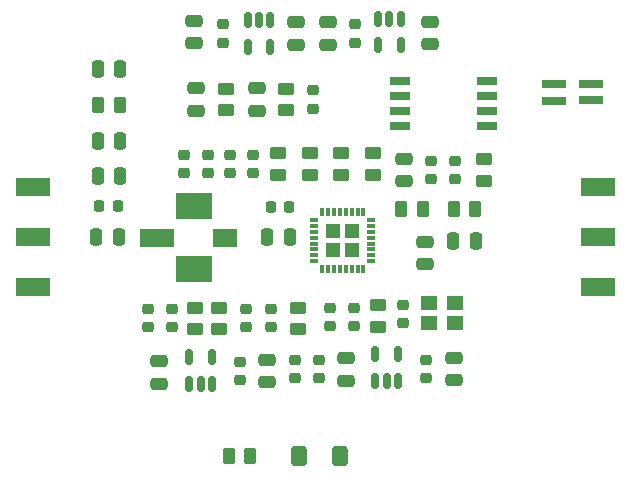
<source format=gbr>
%TF.GenerationSoftware,KiCad,Pcbnew,8.0.0*%
%TF.CreationDate,2024-07-29T11:46:55+02:00*%
%TF.ProjectId,Gnerator_poprawiony,476e6572-6174-46f7-925f-706f70726177,rev?*%
%TF.SameCoordinates,Original*%
%TF.FileFunction,Paste,Top*%
%TF.FilePolarity,Positive*%
%FSLAX46Y46*%
G04 Gerber Fmt 4.6, Leading zero omitted, Abs format (unit mm)*
G04 Created by KiCad (PCBNEW 8.0.0) date 2024-07-29 11:46:55*
%MOMM*%
%LPD*%
G01*
G04 APERTURE LIST*
G04 Aperture macros list*
%AMRoundRect*
0 Rectangle with rounded corners*
0 $1 Rounding radius*
0 $2 $3 $4 $5 $6 $7 $8 $9 X,Y pos of 4 corners*
0 Add a 4 corners polygon primitive as box body*
4,1,4,$2,$3,$4,$5,$6,$7,$8,$9,$2,$3,0*
0 Add four circle primitives for the rounded corners*
1,1,$1+$1,$2,$3*
1,1,$1+$1,$4,$5*
1,1,$1+$1,$6,$7*
1,1,$1+$1,$8,$9*
0 Add four rect primitives between the rounded corners*
20,1,$1+$1,$2,$3,$4,$5,0*
20,1,$1+$1,$4,$5,$6,$7,0*
20,1,$1+$1,$6,$7,$8,$9,0*
20,1,$1+$1,$8,$9,$2,$3,0*%
G04 Aperture macros list end*
%ADD10RoundRect,0.250000X-0.400000X-0.600000X0.400000X-0.600000X0.400000X0.600000X-0.400000X0.600000X0*%
%ADD11RoundRect,0.250000X-0.475000X0.250000X-0.475000X-0.250000X0.475000X-0.250000X0.475000X0.250000X0*%
%ADD12RoundRect,0.250000X0.450000X-0.262500X0.450000X0.262500X-0.450000X0.262500X-0.450000X-0.262500X0*%
%ADD13RoundRect,0.225000X-0.250000X0.225000X-0.250000X-0.225000X0.250000X-0.225000X0.250000X0.225000X0*%
%ADD14RoundRect,0.250000X0.262500X0.450000X-0.262500X0.450000X-0.262500X-0.450000X0.262500X-0.450000X0*%
%ADD15RoundRect,0.250000X0.250000X0.475000X-0.250000X0.475000X-0.250000X-0.475000X0.250000X-0.475000X0*%
%ADD16RoundRect,0.250000X-0.250000X-0.475000X0.250000X-0.475000X0.250000X0.475000X-0.250000X0.475000X0*%
%ADD17RoundRect,0.250000X-0.450000X0.262500X-0.450000X-0.262500X0.450000X-0.262500X0.450000X0.262500X0*%
%ADD18RoundRect,0.225000X0.250000X-0.225000X0.250000X0.225000X-0.250000X0.225000X-0.250000X-0.225000X0*%
%ADD19RoundRect,0.218750X0.256250X-0.218750X0.256250X0.218750X-0.256250X0.218750X-0.256250X-0.218750X0*%
%ADD20RoundRect,0.250000X-0.262500X-0.450000X0.262500X-0.450000X0.262500X0.450000X-0.262500X0.450000X0*%
%ADD21R,1.300000X1.300000*%
%ADD22R,0.300000X0.800000*%
%ADD23R,0.800000X0.300000*%
%ADD24RoundRect,0.218750X0.218750X0.256250X-0.218750X0.256250X-0.218750X-0.256250X0.218750X-0.256250X0*%
%ADD25RoundRect,0.250000X0.475000X-0.250000X0.475000X0.250000X-0.475000X0.250000X-0.475000X-0.250000X0*%
%ADD26RoundRect,0.150000X0.150000X-0.512500X0.150000X0.512500X-0.150000X0.512500X-0.150000X-0.512500X0*%
%ADD27RoundRect,0.150000X-0.150000X0.512500X-0.150000X-0.512500X0.150000X-0.512500X0.150000X0.512500X0*%
%ADD28RoundRect,0.225000X0.225000X0.250000X-0.225000X0.250000X-0.225000X-0.250000X0.225000X-0.250000X0*%
%ADD29R,2.000000X0.700000*%
%ADD30R,3.000000X1.500000*%
%ADD31R,1.700000X0.650000*%
%ADD32R,1.400000X1.200000*%
%ADD33R,3.050000X2.290000*%
%ADD34R,2.000000X1.500000*%
G04 APERTURE END LIST*
D10*
%TO.C,D2*%
X125417600Y-76504800D03*
X128917600Y-76504800D03*
%TD*%
D11*
%TO.C,C20*%
X127889000Y-39817000D03*
X127889000Y-41717000D03*
%TD*%
%TO.C,C27*%
X129426000Y-68252000D03*
X129426000Y-70152000D03*
%TD*%
D12*
%TO.C,R6*%
X125362000Y-65796500D03*
X125362000Y-63971500D03*
%TD*%
D13*
%TO.C,C5*%
X130061000Y-63969000D03*
X130061000Y-65519000D03*
%TD*%
D14*
%TO.C,R7*%
X135913500Y-55626000D03*
X134088500Y-55626000D03*
%TD*%
D15*
%TO.C,C16*%
X110297000Y-52832000D03*
X108397000Y-52832000D03*
%TD*%
D13*
%TO.C,C35*%
X115697000Y-51028000D03*
X115697000Y-52578000D03*
%TD*%
D12*
%TO.C,R12*%
X119253000Y-47267500D03*
X119253000Y-45442500D03*
%TD*%
D16*
%TO.C,C18*%
X108397000Y-43815000D03*
X110297000Y-43815000D03*
%TD*%
D17*
%TO.C,R11*%
X118631000Y-63971500D03*
X118631000Y-65796500D03*
%TD*%
D18*
%TO.C,C34*%
X114694000Y-65659000D03*
X114694000Y-64109000D03*
%TD*%
D17*
%TO.C,R5*%
X131699000Y-50903500D03*
X131699000Y-52728500D03*
%TD*%
D15*
%TO.C,C14*%
X124648000Y-58039000D03*
X122748000Y-58039000D03*
%TD*%
D17*
%TO.C,R3*%
X126365000Y-50903500D03*
X126365000Y-52728500D03*
%TD*%
D12*
%TO.C,R8*%
X123698000Y-52728500D03*
X123698000Y-50903500D03*
%TD*%
D15*
%TO.C,C17*%
X110297000Y-49911000D03*
X108397000Y-49911000D03*
%TD*%
D19*
%TO.C,L1*%
X117729000Y-52603500D03*
X117729000Y-51028500D03*
%TD*%
D13*
%TO.C,C25*%
X120409000Y-68548500D03*
X120409000Y-70098500D03*
%TD*%
%TO.C,C37*%
X138684000Y-51549000D03*
X138684000Y-53099000D03*
%TD*%
D12*
%TO.C,R13*%
X124333000Y-47267500D03*
X124333000Y-45442500D03*
%TD*%
D18*
%TO.C,C9*%
X119634000Y-52591000D03*
X119634000Y-51041000D03*
%TD*%
D20*
%TO.C,R14*%
X108434500Y-46863000D03*
X110259500Y-46863000D03*
%TD*%
D18*
%TO.C,C26*%
X118999000Y-41542000D03*
X118999000Y-39992000D03*
%TD*%
D21*
%TO.C,U2*%
X129946000Y-57505000D03*
X128346000Y-57505000D03*
X129946000Y-59105000D03*
X128346000Y-59105000D03*
D22*
X130896000Y-55905000D03*
X130396000Y-55905000D03*
X129896000Y-55905000D03*
X129396000Y-55905000D03*
X128896000Y-55905000D03*
X128396000Y-55905000D03*
X127896000Y-55905000D03*
X127396000Y-55905000D03*
D23*
X126746000Y-56555000D03*
X126746000Y-57055000D03*
X126746000Y-57555000D03*
X126746000Y-58055000D03*
X126746000Y-58555000D03*
X126746000Y-59055000D03*
X126746000Y-59555000D03*
X126746000Y-60055000D03*
D22*
X127396000Y-60705000D03*
X127896000Y-60705000D03*
X128396000Y-60705000D03*
X128896000Y-60705000D03*
X129396000Y-60705000D03*
X129896000Y-60705000D03*
X130396000Y-60705000D03*
X130896000Y-60705000D03*
D23*
X131546000Y-60055000D03*
X131546000Y-59555000D03*
X131546000Y-59055000D03*
X131546000Y-58555000D03*
X131546000Y-58055000D03*
X131546000Y-57555000D03*
X131546000Y-57055000D03*
X131546000Y-56555000D03*
%TD*%
D11*
%TO.C,C22*%
X116586000Y-39690000D03*
X116586000Y-41590000D03*
%TD*%
D18*
%TO.C,C31*%
X112662000Y-65659000D03*
X112662000Y-64109000D03*
%TD*%
D13*
%TO.C,C6*%
X123076000Y-64109000D03*
X123076000Y-65659000D03*
%TD*%
D24*
%TO.C,L2*%
X110121500Y-55372000D03*
X108546500Y-55372000D03*
%TD*%
D17*
%TO.C,R1*%
X132093000Y-63752500D03*
X132093000Y-65577500D03*
%TD*%
D13*
%TO.C,C8*%
X128029000Y-63982000D03*
X128029000Y-65532000D03*
%TD*%
D25*
%TO.C,C28*%
X136525000Y-41656000D03*
X136525000Y-39756000D03*
%TD*%
D26*
%TO.C,U4*%
X131905000Y-70199500D03*
X132855000Y-70199500D03*
X133805000Y-70199500D03*
X133805000Y-67924500D03*
X131905000Y-67924500D03*
%TD*%
D17*
%TO.C,R4*%
X129032000Y-50903500D03*
X129032000Y-52728500D03*
%TD*%
D11*
%TO.C,C10*%
X116713000Y-45405000D03*
X116713000Y-47305000D03*
%TD*%
D27*
%TO.C,U7*%
X122997000Y-39629500D03*
X122047000Y-39629500D03*
X121097000Y-39629500D03*
X121097000Y-41904500D03*
X122997000Y-41904500D03*
%TD*%
D28*
%TO.C,C32*%
X124600000Y-55499000D03*
X123050000Y-55499000D03*
%TD*%
D27*
%TO.C,U5*%
X134046000Y-39502500D03*
X133096000Y-39502500D03*
X132146000Y-39502500D03*
X132146000Y-41777500D03*
X134046000Y-41777500D03*
%TD*%
D11*
%TO.C,C1*%
X136144000Y-58384400D03*
X136144000Y-60284400D03*
%TD*%
D25*
%TO.C,C21*%
X122756000Y-70273500D03*
X122756000Y-68373500D03*
%TD*%
D18*
%TO.C,CC*%
X134252000Y-65313000D03*
X134252000Y-63763000D03*
%TD*%
D11*
%TO.C,C29*%
X113612000Y-68506000D03*
X113612000Y-70406000D03*
%TD*%
D18*
%TO.C,C13*%
X126619000Y-47130000D03*
X126619000Y-45580000D03*
%TD*%
D25*
%TO.C,C19*%
X138570000Y-70139000D03*
X138570000Y-68239000D03*
%TD*%
D29*
%TO.C,SW1*%
X147040600Y-46456600D03*
X147040600Y-45059600D03*
X150164800Y-45059600D03*
X150139400Y-46431200D03*
%TD*%
D18*
%TO.C,C11*%
X121539000Y-52591000D03*
X121539000Y-51041000D03*
%TD*%
D17*
%TO.C,R10*%
X116599000Y-63971500D03*
X116599000Y-65796500D03*
%TD*%
D15*
%TO.C,C15*%
X110170000Y-58039000D03*
X108270000Y-58039000D03*
%TD*%
D30*
%TO.C,J2*%
X102895400Y-58000000D03*
X102895400Y-62250000D03*
X102895400Y-53750000D03*
%TD*%
D11*
%TO.C,C12*%
X121869200Y-45405000D03*
X121869200Y-47305000D03*
%TD*%
D31*
%TO.C,U1*%
X141318000Y-48641000D03*
X141318000Y-47371000D03*
X141318000Y-46101000D03*
X141318000Y-44831000D03*
X134018000Y-44831000D03*
X134018000Y-46101000D03*
X134018000Y-47371000D03*
X134018000Y-48641000D03*
%TD*%
D32*
%TO.C,Y1*%
X136454000Y-65261000D03*
X138654000Y-65261000D03*
X138654000Y-63561000D03*
X136454000Y-63561000D03*
%TD*%
D13*
%TO.C,C4*%
X125108000Y-68427000D03*
X125108000Y-69977000D03*
%TD*%
D11*
%TO.C,C33*%
X134366000Y-51374000D03*
X134366000Y-53274000D03*
%TD*%
D13*
%TO.C,C23*%
X136157000Y-68414000D03*
X136157000Y-69964000D03*
%TD*%
D33*
%TO.C,U3*%
X116583400Y-55345400D03*
D34*
X119183400Y-58045400D03*
D30*
X113383400Y-58045400D03*
D33*
X116583400Y-60745400D03*
%TD*%
D30*
%TO.C,J1*%
X150749000Y-58000000D03*
X150749000Y-53758200D03*
X150749000Y-62250000D03*
%TD*%
D26*
%TO.C,U6*%
X116157000Y-70461000D03*
X117107000Y-70461000D03*
X118057000Y-70461000D03*
X118057000Y-68186000D03*
X116157000Y-68186000D03*
%TD*%
D12*
%TO.C,R2*%
X141097000Y-53236500D03*
X141097000Y-51411500D03*
%TD*%
D20*
%TO.C,R9*%
X138533500Y-55626000D03*
X140358500Y-55626000D03*
%TD*%
D14*
%TO.C,R15*%
X121308500Y-76504800D03*
X119483500Y-76504800D03*
%TD*%
D18*
%TO.C,C24*%
X130175000Y-41542000D03*
X130175000Y-39992000D03*
%TD*%
D13*
%TO.C,C36*%
X136652000Y-51549000D03*
X136652000Y-53099000D03*
%TD*%
D15*
%TO.C,C2*%
X140396000Y-58369200D03*
X138496000Y-58369200D03*
%TD*%
D13*
%TO.C,C7*%
X127140000Y-68427000D03*
X127140000Y-69977000D03*
%TD*%
D25*
%TO.C,C30*%
X125222000Y-41717000D03*
X125222000Y-39817000D03*
%TD*%
D13*
%TO.C,C3*%
X120917000Y-64109000D03*
X120917000Y-65659000D03*
%TD*%
M02*

</source>
